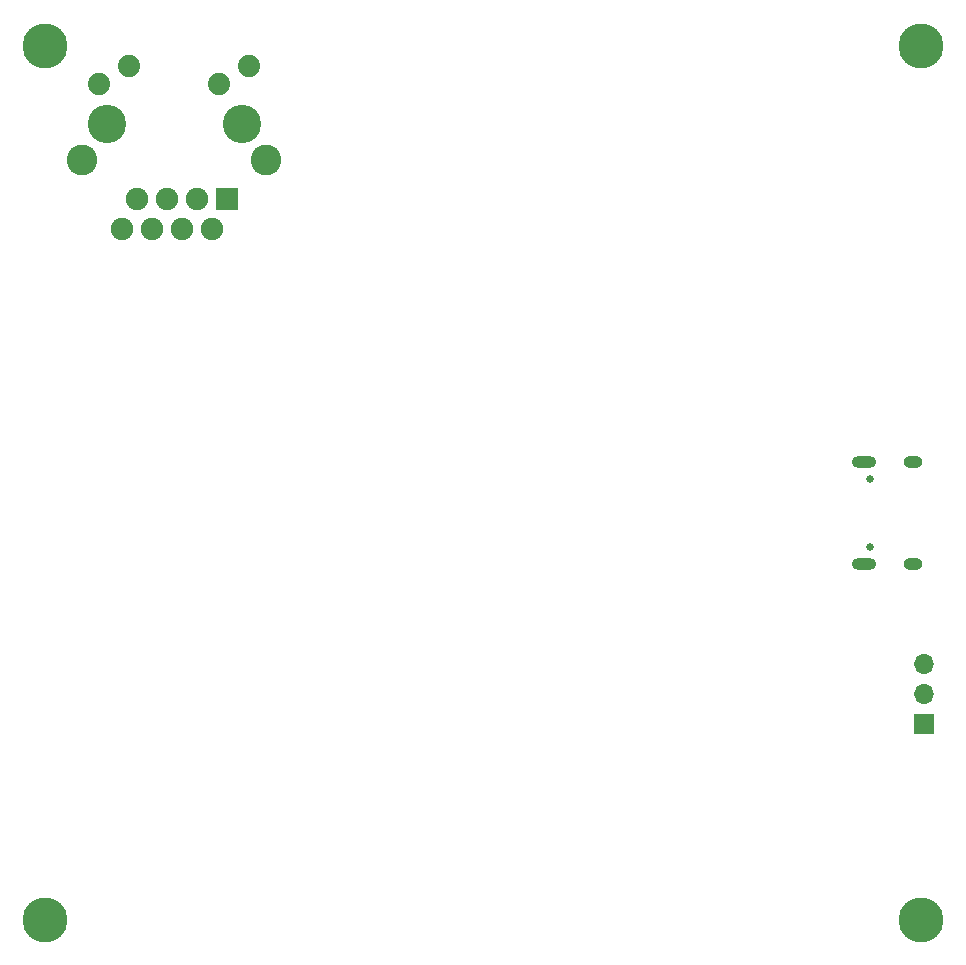
<source format=gbs>
G04 #@! TF.GenerationSoftware,KiCad,Pcbnew,8.0.5-1.fc40*
G04 #@! TF.CreationDate,2024-10-08T11:32:39-07:00*
G04 #@! TF.ProjectId,stm32simh,73746d33-3273-4696-9d68-2e6b69636164,rev?*
G04 #@! TF.SameCoordinates,Original*
G04 #@! TF.FileFunction,Soldermask,Bot*
G04 #@! TF.FilePolarity,Negative*
%FSLAX46Y46*%
G04 Gerber Fmt 4.6, Leading zero omitted, Abs format (unit mm)*
G04 Created by KiCad (PCBNEW 8.0.5-1.fc40) date 2024-10-08 11:32:39*
%MOMM*%
%LPD*%
G01*
G04 APERTURE LIST*
%ADD10C,3.800000*%
%ADD11R,1.700000X1.700000*%
%ADD12O,1.700000X1.700000*%
%ADD13C,0.650000*%
%ADD14O,2.100000X1.000000*%
%ADD15O,1.600000X1.000000*%
%ADD16C,3.250000*%
%ADD17C,1.890000*%
%ADD18R,1.900000X1.900000*%
%ADD19C,1.900000*%
%ADD20C,2.600000*%
G04 APERTURE END LIST*
D10*
X186200000Y-30900000D03*
D11*
X186500000Y-88330000D03*
D12*
X186500000Y-85790000D03*
X186500000Y-83250000D03*
D13*
X181895000Y-73390000D03*
X181895000Y-67610000D03*
D14*
X181395000Y-74820000D03*
D15*
X185575000Y-74820000D03*
D14*
X181395000Y-66180000D03*
D15*
X185575000Y-66180000D03*
D16*
X128715000Y-37530000D03*
X117285000Y-37530000D03*
D17*
X116675000Y-34150000D03*
X119215000Y-32630000D03*
X126785000Y-34150000D03*
X129325000Y-32630000D03*
D18*
X127445000Y-43870000D03*
D19*
X126175000Y-46410000D03*
X124905000Y-43870000D03*
X123635000Y-46410000D03*
X122365000Y-43870000D03*
X121095000Y-46410000D03*
X119825000Y-43870000D03*
X118555000Y-46410000D03*
D20*
X130775000Y-40580000D03*
X115225000Y-40580000D03*
D10*
X112100000Y-30900000D03*
X112100000Y-104900000D03*
X186200000Y-104900000D03*
M02*

</source>
